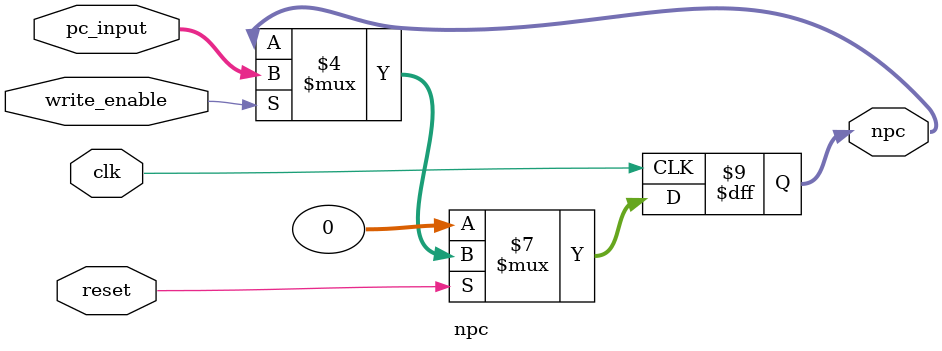
<source format=v>
`timescale 1ns / 1ps


module npc(
    input clk,
    input reset,
    input write_enable,
    input [31:0] pc_input,
    output reg [31:0] npc
    );

    initial begin
        npc <= 32'h0000_0000;
    end

    always @(posedge clk) begin
        if (!reset) begin
            npc <= 32'h0000_0000;
        end
        else begin
            if (write_enable) begin
                npc <= pc_input;
            end
        end
    end

endmodule

</source>
